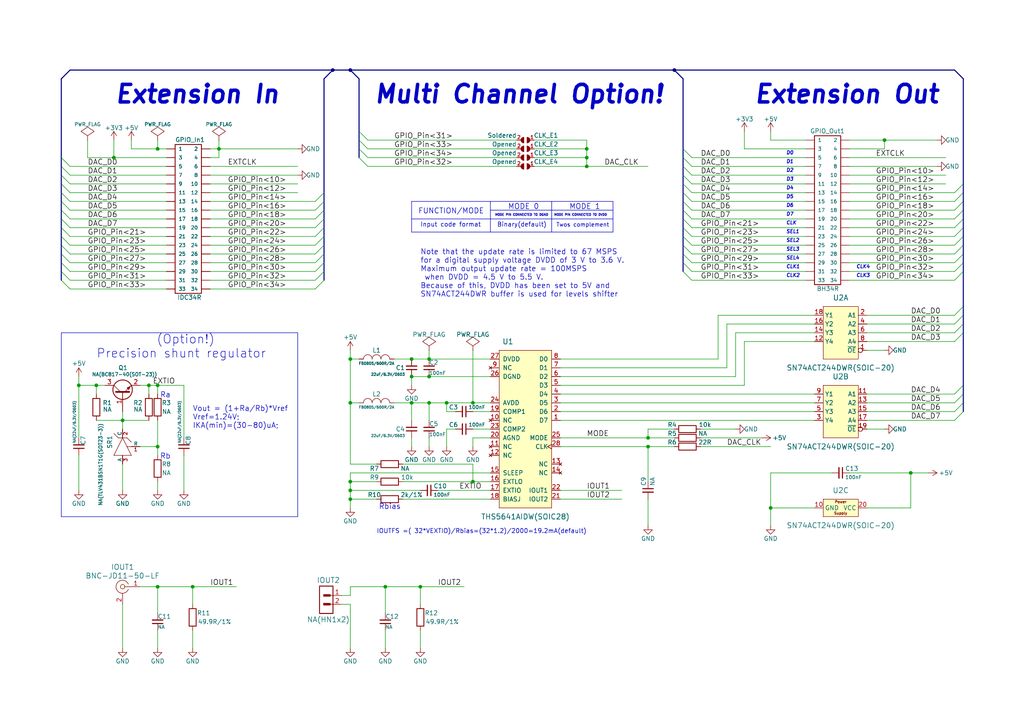
<source format=kicad_sch>
(kicad_sch (version 20230121) (generator eeschema)
  (paper "A4")
  (title_block (rev "A") (company "OLimeX LTD") (comment 1 "https://www.olimex.com/"))
  (junction (at 119.38 109.22))
  (junction (at 35.56 121.92))
  (junction (at 55.88 170.18))
  (junction (at 170.18 45.72))
  (junction (at 111.76 170.18))
  (junction (at 101.6 144.78))
  (junction (at 187.96 129.54))
  (junction (at 101.6 104.14))
  (junction (at 101.6 139.7))
  (junction (at 256.54 40.64))
  (junction (at 33.02 45.72))
  (junction (at 129.54 116.84))
  (junction (at 170.18 43.18))
  (junction (at 124.46 109.22))
  (junction (at 124.46 116.84))
  (junction (at 101.6 142.24))
  (junction (at 223.52 147.32))
  (junction (at 63.5 43.18))
  (junction (at 124.46 104.14))
  (junction (at 45.72 170.18))
  (junction (at 27.94 111.76))
  (junction (at 187.96 127))
  (junction (at 101.6 20.32))
  (junction (at 264.16 137.16))
  (junction (at 121.92 170.18))
  (junction (at 43.18 111.76))
  (junction (at 45.72 43.18))
  (junction (at 45.72 129.54))
  (junction (at 96.52 20.32))
  (junction (at 101.6 116.84))
  (junction (at 119.38 116.84))
  (junction (at 45.72 111.76))
  (junction (at 119.38 104.14))
  (junction (at 22.86 111.76))
  (junction (at 170.18 48.26))
  (junction (at 137.16 116.84))
  (junction (at 195.58 20.32))
  (junction (at 137.16 139.7))
  (bus_entry (at 198.12 78.74) (size 2.54 2.54))
  (bus_entry (at 17.78 76.2) (size 2.54 2.54))
  (bus_entry (at 279.4 116.84) (size -2.54 2.54))
  (bus_entry (at 279.4 71.12) (size -2.54 2.54))
  (bus_entry (at 198.12 48.26) (size 2.54 2.54))
  (bus_entry (at 17.78 55.88) (size 2.54 2.54))
  (bus_entry (at 198.12 50.8) (size 2.54 2.54))
  (bus_entry (at 279.4 96.52) (size -2.54 2.54))
  (bus_entry (at 198.12 58.42) (size 2.54 2.54))
  (bus_entry (at 17.78 78.74) (size 2.54 2.54))
  (bus_entry (at 17.78 58.42) (size 2.54 2.54))
  (bus_entry (at 198.12 63.5) (size 2.54 2.54))
  (bus_entry (at 279.4 55.88) (size -2.54 2.54))
  (bus_entry (at 104.14 40.64) (size 2.54 2.54))
  (bus_entry (at 93.98 71.12) (size -2.54 2.54))
  (bus_entry (at 93.98 81.28) (size -2.54 2.54))
  (bus_entry (at 279.4 93.98) (size -2.54 2.54))
  (bus_entry (at 93.98 73.66) (size -2.54 2.54))
  (bus_entry (at 198.12 76.2) (size 2.54 2.54))
  (bus_entry (at 198.12 66.04) (size 2.54 2.54))
  (bus_entry (at 17.78 71.12) (size 2.54 2.54))
  (bus_entry (at 17.78 73.66) (size 2.54 2.54))
  (bus_entry (at 93.98 68.58) (size -2.54 2.54))
  (bus_entry (at 198.12 60.96) (size 2.54 2.54))
  (bus_entry (at 93.98 60.96) (size -2.54 2.54))
  (bus_entry (at 279.4 68.58) (size -2.54 2.54))
  (bus_entry (at 104.14 45.72) (size 2.54 2.54))
  (bus_entry (at 104.14 38.1) (size 2.54 2.54))
  (bus_entry (at 104.14 43.18) (size 2.54 2.54))
  (bus_entry (at 93.98 58.42) (size -2.54 2.54))
  (bus_entry (at 279.4 76.2) (size -2.54 2.54))
  (bus_entry (at 198.12 55.88) (size 2.54 2.54))
  (bus_entry (at 198.12 43.18) (size 2.54 2.54))
  (bus_entry (at 93.98 55.88) (size -2.54 2.54))
  (bus_entry (at 279.4 78.74) (size -2.54 2.54))
  (bus_entry (at 279.4 60.96) (size -2.54 2.54))
  (bus_entry (at 279.4 111.76) (size -2.54 2.54))
  (bus_entry (at 17.78 68.58) (size 2.54 2.54))
  (bus_entry (at 279.4 58.42) (size -2.54 2.54))
  (bus_entry (at 279.4 53.34) (size -2.54 2.54))
  (bus_entry (at 93.98 63.5) (size -2.54 2.54))
  (bus_entry (at 93.98 78.74) (size -2.54 2.54))
  (bus_entry (at 17.78 63.5) (size 2.54 2.54))
  (bus_entry (at 93.98 76.2) (size -2.54 2.54))
  (bus_entry (at 93.98 66.04) (size -2.54 2.54))
  (bus_entry (at 17.78 53.34) (size 2.54 2.54))
  (bus_entry (at 17.78 48.26) (size 2.54 2.54))
  (bus_entry (at 17.78 66.04) (size 2.54 2.54))
  (bus_entry (at 198.12 71.12) (size 2.54 2.54))
  (bus_entry (at 279.4 73.66) (size -2.54 2.54))
  (bus_entry (at 279.4 114.3) (size -2.54 2.54))
  (bus_entry (at 279.4 91.44) (size -2.54 2.54))
  (bus_entry (at 279.4 119.38) (size -2.54 2.54))
  (bus_entry (at 17.78 81.28) (size 2.54 2.54))
  (bus_entry (at 198.12 68.58) (size 2.54 2.54))
  (bus_entry (at 198.12 53.34) (size 2.54 2.54))
  (bus_entry (at 17.78 45.72) (size 2.54 2.54))
  (bus_entry (at 279.4 88.9) (size -2.54 2.54))
  (bus_entry (at 17.78 60.96) (size 2.54 2.54))
  (bus_entry (at 279.4 66.04) (size -2.54 2.54))
  (bus_entry (at 198.12 45.72) (size 2.54 2.54))
  (bus_entry (at 198.12 73.66) (size 2.54 2.54))
  (bus_entry (at 17.78 50.8) (size 2.54 2.54))
  (bus_entry (at 279.4 63.5) (size -2.54 2.54))
  (wire (pts (xy 22.86 109.22) (xy 22.86 111.76)))
  (wire (pts (xy 63.5 40.64) (xy 63.5 43.18)))
  (wire (pts (xy 48.26 50.8) (xy 20.32 50.8)))
  (bus (pts (xy 17.78 60.96) (xy 17.78 63.5)))
  (wire (pts (xy 25.4 45.72) (xy 33.02 45.72)))
  (polyline (pts (xy 119.38 58.42) (xy 119.38 67.31)))
  (polyline (pts (xy 119.38 58.42) (xy 177.8 58.42)))
  (wire (pts (xy 170.18 45.72) (xy 170.18 48.26)))
  (wire (pts (xy 246.38 55.88) (xy 276.86 55.88)))
  (wire (pts (xy 170.18 40.64) (xy 154.94 40.64)))
  (bus (pts (xy 93.98 73.66) (xy 93.98 76.2)))
  (wire (pts (xy 60.96 71.12) (xy 91.44 71.12)))
  (wire (pts (xy 149.86 45.72) (xy 106.68 45.72)))
  (bus (pts (xy 17.78 22.86) (xy 20.32 20.32)))
  (wire (pts (xy 48.26 53.34) (xy 20.32 53.34)))
  (bus (pts (xy 20.32 20.32) (xy 96.52 20.32)))
  (wire (pts (xy 116.84 139.7) (xy 137.16 139.7)))
  (wire (pts (xy 274.32 53.34) (xy 246.38 53.34)))
  (wire (pts (xy 48.26 73.66) (xy 20.32 73.66)))
  (wire (pts (xy 119.38 121.92) (xy 119.38 116.84)))
  (wire (pts (xy 274.32 45.72) (xy 246.38 45.72)))
  (bus (pts (xy 93.98 22.86) (xy 93.98 55.88)))
  (bus (pts (xy 93.98 60.96) (xy 93.98 63.5)))
  (bus (pts (xy 17.78 48.26) (xy 17.78 50.8)))
  (wire (pts (xy 60.96 73.66) (xy 91.44 73.66)))
  (polyline (pts (xy 142.24 60.96) (xy 177.8 60.96)))
  (bus (pts (xy 93.98 22.86) (xy 96.52 20.32)))
  (wire (pts (xy 233.68 43.18) (xy 215.9 43.18)))
  (wire (pts (xy 63.5 43.18) (xy 63.5 45.72)))
  (wire (pts (xy 38.1 43.18) (xy 45.72 43.18)))
  (wire (pts (xy 246.38 63.5) (xy 276.86 63.5)))
  (wire (pts (xy 45.72 142.24) (xy 45.72 139.7)))
  (polyline (pts (xy 177.8 67.31) (xy 119.38 67.31)))
  (wire (pts (xy 236.22 91.44) (xy 208.28 91.44)))
  (polyline (pts (xy 177.8 63.5) (xy 119.38 63.5)))
  (wire (pts (xy 55.88 170.18) (xy 68.58 170.18)))
  (wire (pts (xy 35.56 175.26) (xy 35.56 187.96)))
  (bus (pts (xy 198.12 50.8) (xy 198.12 53.34)))
  (wire (pts (xy 246.38 48.26) (xy 271.78 48.26)))
  (wire (pts (xy 170.18 43.18) (xy 170.18 45.72)))
  (bus (pts (xy 279.4 66.04) (xy 279.4 68.58)))
  (wire (pts (xy 233.68 60.96) (xy 200.66 60.96)))
  (wire (pts (xy 170.18 48.26) (xy 187.96 48.26)))
  (wire (pts (xy 124.46 121.92) (xy 124.46 116.84)))
  (wire (pts (xy 170.18 45.72) (xy 154.94 45.72)))
  (bus (pts (xy 93.98 76.2) (xy 93.98 78.74)))
  (wire (pts (xy 215.9 43.18) (xy 215.9 38.1)))
  (wire (pts (xy 119.38 116.84) (xy 124.46 116.84)))
  (wire (pts (xy 187.96 129.54) (xy 195.58 129.54)))
  (wire (pts (xy 276.86 116.84) (xy 251.46 116.84)))
  (bus (pts (xy 93.98 71.12) (xy 93.98 73.66)))
  (bus (pts (xy 198.12 71.12) (xy 198.12 73.66)))
  (wire (pts (xy 213.36 96.52) (xy 213.36 109.22)))
  (wire (pts (xy 124.46 116.84) (xy 129.54 116.84)))
  (polyline (pts (xy 17.78 96.52) (xy 17.78 149.86)))
  (wire (pts (xy 101.6 104.14) (xy 104.14 104.14)))
  (wire (pts (xy 233.68 40.64) (xy 223.52 40.64)))
  (wire (pts (xy 195.58 124.46) (xy 187.96 124.46)))
  (wire (pts (xy 276.86 121.92) (xy 251.46 121.92)))
  (polyline (pts (xy 177.8 58.42) (xy 177.8 67.31)))
  (wire (pts (xy 27.94 114.3) (xy 27.94 111.76)))
  (wire (pts (xy 35.56 121.92) (xy 35.56 124.46)))
  (wire (pts (xy 236.22 96.52) (xy 213.36 96.52)))
  (wire (pts (xy 223.52 147.32) (xy 236.22 147.32)))
  (wire (pts (xy 101.6 137.16) (xy 101.6 139.7)))
  (bus (pts (xy 17.78 71.12) (xy 17.78 73.66)))
  (bus (pts (xy 93.98 66.04) (xy 93.98 68.58)))
  (wire (pts (xy 132.08 124.46) (xy 129.54 124.46)))
  (wire (pts (xy 111.76 170.18) (xy 121.92 170.18)))
  (wire (pts (xy 109.22 144.78) (xy 101.6 144.78)))
  (wire (pts (xy 274.32 50.8) (xy 246.38 50.8)))
  (wire (pts (xy 45.72 111.76) (xy 53.34 111.76)))
  (wire (pts (xy 43.18 111.76) (xy 45.72 111.76)))
  (wire (pts (xy 48.26 66.04) (xy 20.32 66.04)))
  (wire (pts (xy 129.54 116.84) (xy 137.16 116.84)))
  (wire (pts (xy 246.38 71.12) (xy 276.86 71.12)))
  (bus (pts (xy 279.4 58.42) (xy 279.4 60.96)))
  (wire (pts (xy 233.68 63.5) (xy 200.66 63.5)))
  (wire (pts (xy 60.96 83.82) (xy 91.44 83.82)))
  (bus (pts (xy 17.78 63.5) (xy 17.78 66.04)))
  (wire (pts (xy 45.72 43.18) (xy 48.26 43.18)))
  (wire (pts (xy 60.96 76.2) (xy 91.44 76.2)))
  (wire (pts (xy 208.28 91.44) (xy 208.28 104.14)))
  (wire (pts (xy 187.96 124.46) (xy 187.96 127)))
  (wire (pts (xy 33.02 45.72) (xy 48.26 45.72)))
  (wire (pts (xy 60.96 81.28) (xy 91.44 81.28)))
  (polyline (pts (xy 160.02 58.42) (xy 160.02 67.31)))
  (wire (pts (xy 223.52 147.32) (xy 223.52 152.4)))
  (wire (pts (xy 170.18 40.64) (xy 170.18 43.18)))
  (wire (pts (xy 114.3 116.84) (xy 119.38 116.84)))
  (wire (pts (xy 101.6 175.26) (xy 101.6 187.96)))
  (wire (pts (xy 246.38 76.2) (xy 276.86 76.2)))
  (polyline (pts (xy 86.36 149.86) (xy 17.78 149.86)))
  (bus (pts (xy 279.4 88.9) (xy 279.4 91.44)))
  (wire (pts (xy 48.26 58.42) (xy 20.32 58.42)))
  (wire (pts (xy 223.52 129.54) (xy 203.2 129.54)))
  (bus (pts (xy 198.12 55.88) (xy 198.12 58.42)))
  (polyline (pts (xy 142.24 58.42) (xy 142.24 67.31)))
  (wire (pts (xy 276.86 93.98) (xy 251.46 93.98)))
  (wire (pts (xy 60.96 43.18) (xy 63.5 43.18)))
  (wire (pts (xy 40.64 111.76) (xy 43.18 111.76)))
  (wire (pts (xy 246.38 81.28) (xy 276.86 81.28)))
  (wire (pts (xy 233.68 48.26) (xy 200.66 48.26)))
  (wire (pts (xy 233.68 55.88) (xy 200.66 55.88)))
  (wire (pts (xy 60.96 66.04) (xy 91.44 66.04)))
  (wire (pts (xy 60.96 60.96) (xy 91.44 60.96)))
  (wire (pts (xy 246.38 78.74) (xy 276.86 78.74)))
  (wire (pts (xy 101.6 142.24) (xy 121.92 142.24)))
  (wire (pts (xy 233.68 45.72) (xy 200.66 45.72)))
  (wire (pts (xy 99.06 175.26) (xy 101.6 175.26)))
  (bus (pts (xy 279.4 68.58) (xy 279.4 71.12)))
  (wire (pts (xy 241.3 137.16) (xy 223.52 137.16)))
  (bus (pts (xy 93.98 58.42) (xy 93.98 60.96)))
  (wire (pts (xy 236.22 119.38) (xy 162.56 119.38)))
  (wire (pts (xy 45.72 111.76) (xy 45.72 114.3)))
  (wire (pts (xy 86.36 53.34) (xy 60.96 53.34)))
  (wire (pts (xy 114.3 104.14) (xy 119.38 104.14)))
  (wire (pts (xy 55.88 175.26) (xy 55.88 170.18)))
  (wire (pts (xy 40.64 170.18) (xy 45.72 170.18)))
  (wire (pts (xy 162.56 129.54) (xy 187.96 129.54)))
  (wire (pts (xy 149.86 48.26) (xy 106.68 48.26)))
  (wire (pts (xy 33.02 45.72) (xy 33.02 40.64)))
  (wire (pts (xy 38.1 43.18) (xy 38.1 40.64)))
  (wire (pts (xy 22.86 111.76) (xy 27.94 111.76)))
  (bus (pts (xy 198.12 63.5) (xy 198.12 66.04)))
  (wire (pts (xy 137.16 127) (xy 137.16 129.54)))
  (wire (pts (xy 154.94 48.26) (xy 170.18 48.26)))
  (wire (pts (xy 124.46 104.14) (xy 142.24 104.14)))
  (wire (pts (xy 213.36 109.22) (xy 162.56 109.22)))
  (bus (pts (xy 17.78 53.34) (xy 17.78 55.88)))
  (wire (pts (xy 45.72 170.18) (xy 55.88 170.18)))
  (wire (pts (xy 60.96 50.8) (xy 86.36 50.8)))
  (wire (pts (xy 233.68 50.8) (xy 200.66 50.8)))
  (bus (pts (xy 279.4 55.88) (xy 279.4 58.42)))
  (wire (pts (xy 99.06 172.72) (xy 101.6 172.72)))
  (polyline (pts (xy 86.36 96.52) (xy 17.78 96.52)))
  (wire (pts (xy 142.24 124.46) (xy 137.16 124.46)))
  (wire (pts (xy 101.6 170.18) (xy 111.76 170.18)))
  (wire (pts (xy 142.24 127) (xy 137.16 127)))
  (wire (pts (xy 124.46 109.22) (xy 142.24 109.22)))
  (wire (pts (xy 246.38 43.18) (xy 256.54 43.18)))
  (wire (pts (xy 121.92 175.26) (xy 121.92 170.18)))
  (wire (pts (xy 223.52 40.64) (xy 223.52 38.1)))
  (wire (pts (xy 233.68 58.42) (xy 200.66 58.42)))
  (wire (pts (xy 121.92 187.96) (xy 121.92 182.88)))
  (wire (pts (xy 187.96 129.54) (xy 187.96 139.7)))
  (wire (pts (xy 22.86 111.76) (xy 22.86 127)))
  (wire (pts (xy 43.18 114.3) (xy 43.18 111.76)))
  (wire (pts (xy 124.46 129.54) (xy 124.46 127)))
  (wire (pts (xy 63.5 45.72) (xy 60.96 45.72)))
  (wire (pts (xy 203.2 127) (xy 220.98 127)))
  (bus (pts (xy 195.58 20.32) (xy 276.86 20.32)))
  (bus (pts (xy 276.86 20.32) (xy 279.4 22.86)))
  (bus (pts (xy 96.52 20.32) (xy 101.6 20.32)))
  (wire (pts (xy 210.82 106.68) (xy 162.56 106.68)))
  (bus (pts (xy 279.4 96.52) (xy 279.4 111.76)))
  (wire (pts (xy 246.38 58.42) (xy 276.86 58.42)))
  (bus (pts (xy 198.12 60.96) (xy 198.12 63.5)))
  (bus (pts (xy 198.12 68.58) (xy 198.12 71.12)))
  (bus (pts (xy 104.14 43.18) (xy 104.14 45.72)))
  (wire (pts (xy 246.38 73.66) (xy 276.86 73.66)))
  (wire (pts (xy 208.28 104.14) (xy 162.56 104.14)))
  (wire (pts (xy 233.68 71.12) (xy 200.66 71.12)))
  (wire (pts (xy 233.68 78.74) (xy 200.66 78.74)))
  (wire (pts (xy 53.34 142.24) (xy 53.34 132.08)))
  (bus (pts (xy 198.12 66.04) (xy 198.12 68.58)))
  (wire (pts (xy 119.38 109.22) (xy 119.38 111.76)))
  (bus (pts (xy 101.6 20.32) (xy 104.14 22.86)))
  (wire (pts (xy 129.54 119.38) (xy 129.54 116.84)))
  (bus (pts (xy 198.12 58.42) (xy 198.12 60.96)))
  (wire (pts (xy 35.56 119.38) (xy 35.56 121.92)))
  (wire (pts (xy 236.22 99.06) (xy 215.9 99.06)))
  (bus (pts (xy 17.78 76.2) (xy 17.78 78.74)))
  (wire (pts (xy 154.94 43.18) (xy 170.18 43.18)))
  (wire (pts (xy 48.26 81.28) (xy 20.32 81.28)))
  (wire (pts (xy 101.6 116.84) (xy 104.14 116.84)))
  (bus (pts (xy 279.4 71.12) (xy 279.4 73.66)))
  (wire (pts (xy 246.38 40.64) (xy 256.54 40.64)))
  (wire (pts (xy 101.6 104.14) (xy 101.6 116.84)))
  (wire (pts (xy 116.84 134.62) (xy 137.16 134.62)))
  (wire (pts (xy 233.68 53.34) (xy 200.66 53.34)))
  (bus (pts (xy 17.78 58.42) (xy 17.78 60.96)))
  (wire (pts (xy 276.86 91.44) (xy 251.46 91.44)))
  (bus (pts (xy 17.78 45.72) (xy 17.78 48.26)))
  (wire (pts (xy 27.94 111.76) (xy 30.48 111.76)))
  (bus (pts (xy 17.78 50.8) (xy 17.78 53.34)))
  (wire (pts (xy 60.96 63.5) (xy 91.44 63.5)))
  (wire (pts (xy 27.94 121.92) (xy 35.56 121.92)))
  (wire (pts (xy 210.82 93.98) (xy 210.82 106.68)))
  (bus (pts (xy 279.4 78.74) (xy 279.4 88.9)))
  (wire (pts (xy 45.72 177.8) (xy 45.72 170.18)))
  (wire (pts (xy 101.6 144.78) (xy 101.6 147.32)))
  (wire (pts (xy 256.54 43.18) (xy 256.54 40.64)))
  (wire (pts (xy 35.56 121.92) (xy 43.18 121.92)))
  (wire (pts (xy 101.6 116.84) (xy 101.6 134.62)))
  (wire (pts (xy 119.38 129.54) (xy 119.38 127)))
  (wire (pts (xy 101.6 101.6) (xy 101.6 104.14)))
  (wire (pts (xy 215.9 111.76) (xy 162.56 111.76)))
  (wire (pts (xy 101.6 139.7) (xy 101.6 142.24)))
  (bus (pts (xy 93.98 63.5) (xy 93.98 66.04)))
  (wire (pts (xy 121.92 170.18) (xy 134.62 170.18)))
  (wire (pts (xy 48.26 78.74) (xy 20.32 78.74)))
  (bus (pts (xy 17.78 55.88) (xy 17.78 58.42)))
  (wire (pts (xy 124.46 104.14) (xy 124.46 101.6)))
  (wire (pts (xy 149.86 40.64) (xy 106.68 40.64)))
  (bus (pts (xy 17.78 73.66) (xy 17.78 76.2)))
  (wire (pts (xy 276.86 99.06) (xy 251.46 99.06)))
  (wire (pts (xy 236.22 93.98) (xy 210.82 93.98)))
  (wire (pts (xy 116.84 144.78) (xy 142.24 144.78)))
  (bus (pts (xy 198.12 76.2) (xy 198.12 78.74)))
  (wire (pts (xy 132.08 119.38) (xy 129.54 119.38)))
  (wire (pts (xy 35.56 134.62) (xy 35.56 142.24)))
  (wire (pts (xy 137.16 139.7) (xy 142.24 139.7)))
  (bus (pts (xy 198.12 22.86) (xy 198.12 43.18)))
  (wire (pts (xy 246.38 66.04) (xy 276.86 66.04)))
  (wire (pts (xy 233.68 68.58) (xy 200.66 68.58)))
  (wire (pts (xy 45.72 40.64) (xy 45.72 43.18)))
  (bus (pts (xy 279.4 93.98) (xy 279.4 96.52)))
  (wire (pts (xy 213.36 124.46) (xy 203.2 124.46)))
  (wire (pts (xy 233.68 81.28) (xy 200.66 81.28)))
  (wire (pts (xy 137.16 101.6) (xy 137.16 116.84)))
  (wire (pts (xy 119.38 104.14) (xy 124.46 104.14)))
  (wire (pts (xy 45.72 129.54) (xy 45.72 132.08)))
  (bus (pts (xy 279.4 53.34) (xy 279.4 55.88)))
  (wire (pts (xy 215.9 99.06) (xy 215.9 111.76)))
  (wire (pts (xy 60.96 68.58) (xy 91.44 68.58)))
  (bus (pts (xy 279.4 73.66) (xy 279.4 76.2)))
  (wire (pts (xy 256.54 40.64) (xy 271.78 40.64)))
  (wire (pts (xy 25.4 45.72) (xy 25.4 40.64)))
  (bus (pts (xy 198.12 43.18) (xy 198.12 45.72)))
  (wire (pts (xy 48.26 63.5) (xy 20.32 63.5)))
  (wire (pts (xy 40.64 129.54) (xy 45.72 129.54)))
  (bus (pts (xy 279.4 91.44) (xy 279.4 93.98)))
  (bus (pts (xy 198.12 45.72) (xy 198.12 48.26)))
  (wire (pts (xy 162.56 142.24) (xy 180.34 142.24)))
  (wire (pts (xy 22.86 142.24) (xy 22.86 132.08)))
  (wire (pts (xy 48.26 55.88) (xy 20.32 55.88)))
  (bus (pts (xy 279.4 60.96) (xy 279.4 63.5)))
  (wire (pts (xy 264.16 137.16) (xy 269.24 137.16)))
  (wire (pts (xy 236.22 121.92) (xy 162.56 121.92)))
  (wire (pts (xy 48.26 83.82) (xy 20.32 83.82)))
  (wire (pts (xy 86.36 48.26) (xy 60.96 48.26)))
  (wire (pts (xy 162.56 144.78) (xy 180.34 144.78)))
  (wire (pts (xy 60.96 58.42) (xy 91.44 58.42)))
  (wire (pts (xy 142.24 137.16) (xy 101.6 137.16)))
  (bus (pts (xy 198.12 48.26) (xy 198.12 50.8)))
  (wire (pts (xy 246.38 137.16) (xy 264.16 137.16)))
  (wire (pts (xy 45.72 187.96) (xy 45.72 182.88)))
  (wire (pts (xy 55.88 187.96) (xy 55.88 182.88)))
  (bus (pts (xy 279.4 63.5) (xy 279.4 66.04)))
  (bus (pts (xy 93.98 68.58) (xy 93.98 71.12)))
  (wire (pts (xy 48.26 76.2) (xy 20.32 76.2)))
  (bus (pts (xy 17.78 22.86) (xy 17.78 45.72)))
  (wire (pts (xy 256.54 101.6) (xy 251.46 101.6)))
  (wire (pts (xy 60.96 78.74) (xy 91.44 78.74)))
  (wire (pts (xy 149.86 43.18) (xy 106.68 43.18)))
  (wire (pts (xy 233.68 73.66) (xy 200.66 73.66)))
  (wire (pts (xy 109.22 139.7) (xy 101.6 139.7)))
  (wire (pts (xy 45.72 121.92) (xy 45.72 129.54)))
  (wire (pts (xy 53.34 111.76) (xy 53.34 127)))
  (wire (pts (xy 276.86 114.3) (xy 251.46 114.3)))
  (wire (pts (xy 63.5 43.18) (xy 86.36 43.18)))
  (bus (pts (xy 104.14 38.1) (xy 104.14 40.64)))
  (polyline (pts (xy 86.36 96.52) (xy 86.36 149.86)))
  (wire (pts (xy 48.26 60.96) (xy 20.32 60.96)))
  (wire (pts (xy 256.54 124.46) (xy 251.46 124.46)))
  (wire (pts (xy 187.96 152.4) (xy 187.96 144.78)))
  (wire (pts (xy 236.22 116.84) (xy 162.56 116.84)))
  (wire (pts (xy 236.22 114.3) (xy 162.56 114.3)))
  (wire (pts (xy 251.46 147.32) (xy 264.16 147.32)))
  (bus (pts (xy 198.12 73.66) (xy 198.12 76.2)))
  (wire (pts (xy 223.52 137.16) (xy 223.52 147.32)))
  (wire (pts (xy 101.6 172.72) (xy 101.6 170.18)))
  (bus (pts (xy 104.14 22.86) (xy 104.14 38.1)))
  (wire (pts (xy 246.38 60.96) (xy 276.86 60.96)))
  (wire (pts (xy 137.16 116.84) (xy 142.24 116.84)))
  (wire (pts (xy 48.26 68.58) (xy 20.32 68.58)))
  (wire (pts (xy 111.76 177.8) (xy 111.76 170.18)))
  (bus (pts (xy 93.98 55.88) (xy 93.98 58.42)))
  (bus (pts (xy 17.78 66.04) (xy 17.78 68.58)))
  (bus (pts (xy 101.6 20.32) (xy 195.58 20.32)))
  (bus (pts (xy 279.4 116.84) (xy 279.4 119.38)))
  (wire (pts (xy 127 142.24) (xy 142.24 142.24)))
  (bus (pts (xy 279.4 22.86) (xy 279.4 53.34)))
  (wire (pts (xy 137.16 134.62) (xy 137.16 139.7)))
  (wire (pts (xy 142.24 119.38) (xy 137.16 119.38)))
  (bus (pts (xy 93.98 78.74) (xy 93.98 81.28)))
  (bus (pts (xy 279.4 114.3) (xy 279.4 116.84)))
  (wire (pts (xy 162.56 127) (xy 187.96 127)))
  (bus (pts (xy 279.4 76.2) (xy 279.4 78.74)))
  (wire (pts (xy 111.76 187.96) (xy 111.76 182.88)))
  (wire (pts (xy 101.6 142.24) (xy 101.6 144.78)))
  (wire (pts (xy 187.96 127) (xy 195.58 127)))
  (wire (pts (xy 276.86 96.52) (xy 251.46 96.52)))
  (wire (pts (xy 233.68 76.2) (xy 200.66 76.2)))
  (wire (pts (xy 264.16 147.32) (xy 264.16 137.16)))
  (wire (pts (xy 233.68 66.04) (xy 200.66 66.04)))
  (bus (pts (xy 104.14 40.64) (xy 104.14 43.18)))
  (bus (pts (xy 17.78 68.58) (xy 17.78 71.12)))
  (bus (pts (xy 279.4 111.76) (xy 279.4 114.3)))
  (bus (pts (xy 17.78 78.74) (xy 17.78 81.28)))
  (bus (pts (xy 198.12 22.86) (xy 195.58 20.32)))
  (bus (pts (xy 198.12 53.34) (xy 198.12 55.88)))
  (wire (pts (xy 48.26 48.26) (xy 20.32 48.26)))
  (wire (pts (xy 246.38 68.58) (xy 276.86 68.58)))
  (wire (pts (xy 276.86 119.38) (xy 251.46 119.38)))
  (wire (pts (xy 101.6 134.62) (xy 109.22 134.62)))
  (wire (pts (xy 119.38 109.22) (xy 124.46 109.22)))
  (wire (pts (xy 48.26 71.12) (xy 20.32 71.12)))
  (wire (pts (xy 86.36 55.88) (xy 60.96 55.88)))
  (wire (pts (xy 129.54 124.46) (xy 129.54 129.54)))
  (text "D3" (at 227.965 52.705 0) (effects (font (size 1.016 1.016) (thickness 0.2032) bold italic) (justify left bottom)))
  (text "Extension Out" (at 218.44 30.48 0) (effects (font (size 5.08 5.08) (thickness 1.016) bold italic) (justify left bottom)))
  (text "Rb" (at 49.53 133.35 0) (effects (font (size 1.524 1.524)) (justify right bottom)))
  (text "MODE PIN CONNECTED TO DGND" (at 143.51 62.865 0) (effects (font (size 0.635 0.635)) (justify left bottom)))
  (text "Vout = (1+Ra/Rb)*Vref\nVref=1.24V;\nIKA(min)=(30-80)uA;" (at 55.88 124.46 0) (effects (font (size 1.524 1.524)) (justify left bottom)))
  (text "CLK2" (at 227.965 80.645 0) (effects (font (size 1.016 1.016) (thickness 0.2032) bold italic) (justify left bottom)))
  (text "D7" (at 227.965 62.865 0) (effects (font (size 1.016 1.016) (thickness 0.2032) bold italic) (justify left bottom)))
  (text "FUNCTION/MODE" (at 121.285 62.23 0) (effects (font (size 1.524 1.524)) (justify left bottom)))
  (text "SEL2" (at 227.965 70.485 0) (effects (font (size 1.016 1.016) (thickness 0.2032) bold italic) (justify left bottom)))
  (text "CLK3" (at 248.285 80.645 0) (effects (font (size 1.016 1.016) (thickness 0.2032) bold italic) (justify left bottom)))
  (text "         (Option!)\nPrecision shunt regulator\n" (at 27.94 104.14 0) (effects (font (size 2.54 2.54)) (justify left bottom)))
  (text "MODE 1" (at 165.1 60.96 0) (effects (font (size 1.524 1.524)) (justify left bottom)))
  (text "Input code format" (at 121.92 66.04 0) (effects (font (size 1.27 1.27)) (justify left bottom)))
  (text "MODE 0" (at 147.32 60.96 0) (effects (font (size 1.524 1.524)) (justify left bottom)))
  (text "D5" (at 227.965 57.785 0) (effects (font (size 1.016 1.016) (thickness 0.2032) bold italic) (justify left bottom)))
  (text "Rbias" (at 109.855 147.955 0) (effects (font (size 1.524 1.524)) (justify left bottom)))
  (text "D6" (at 227.965 60.325 0) (effects (font (size 1.016 1.016) (thickness 0.2032) bold italic) (justify left bottom)))
  (text "Twos complement" (at 161.29 66.04 0) (effects (font (size 1.143 1.143)) (justify left bottom)))
  (text "D0" (at 227.965 45.085 0) (effects (font (size 1.016 1.016) (thickness 0.2032) bold italic) (justify left bottom)))
  (text "SEL4" (at 227.965 75.565 0) (effects (font (size 1.016 1.016) (thickness 0.2032) bold italic) (justify left bottom)))
  (text "Binary(default)" (at 144.145 66.04 0) (effects (font (size 1.27 1.27)) (justify left bottom)))
  (text "Multi Channel Option!" (at 193.04 30.48 0) (effects (font (size 5.08 5.08) (thickness 1.016) bold italic) (justify right bottom)))
  (text "MODE PIN CONNECTED TO DVDD" (at 160.655 62.865 0) (effects (font (size 0.635 0.635)) (justify left bottom)))
  (text "SEL3" (at 227.965 73.025 0) (effects (font (size 1.016 1.016) (thickness 0.2032) bold italic) (justify left bottom)))
  (text "Extension In" (at 33.02 30.48 0) (effects (font (size 5.08 5.08) (thickness 1.016) bold italic) (justify left bottom)))
  (text "IOUTFS =( 32*VEXTIO)/Rbias=(32*1.2)/2000=19.2mA(default)" (at 109.22 154.94 0) (effects (font (size 1.27 1.27)) (justify left bottom)))
  (text "D1\n" (at 227.965 47.625 0) (effects (font (size 1.016 1.016) (thickness 0.2032) bold italic) (justify left bottom)))
  (text "CLK" (at 227.965 65.405 0) (effects (font (size 1.016 1.016) (thickness 0.2032) bold italic) (justify left bottom)))
  (text "Note that the update rate is limited to 67 MSPS \nfor a digital supply voltage DVDD of 3 V to 3.6 V.\nMaximum output update rate = 100MSPS\n when DVDD = 4.5 V to 5.5 V.\nBecause of this, DVDD has been set to 5V and \nSN74ACT244DWR buffer is used for levels shifter" (at 121.92 86.36 0) (effects (font (size 1.524 1.524)) (justify left bottom)))
  (text "D2" (at 227.965 50.165 0) (effects (font (size 1.016 1.016) (thickness 0.2032) bold italic) (justify left bottom)))
  (text "SEL1" (at 227.965 67.945 0) (effects (font (size 1.016 1.016) (thickness 0.2032) bold italic) (justify left bottom)))
  (text "CLK4" (at 248.285 78.105 0) (effects (font (size 1.016 1.016) (thickness 0.2032) bold italic) (justify left bottom)))
  (text "Ra" (at 49.53 115.57 0) (effects (font (size 1.524 1.524)) (justify right bottom)))
  (text "CLK1" (at 227.965 78.105 0) (effects (font (size 1.016 1.016) (thickness 0.2032) bold italic) (justify left bottom)))
  (text "D4" (at 227.965 55.245 0) (effects (font (size 1.016 1.016) (thickness 0.2032) bold italic) (justify left bottom)))
  (label "GPIO_Pin<20>" (at 254 63.5 0) (effects (font (size 1.524 1.524))))
  (label "GPIO_Pin<28>" (at 254 73.66 0) (effects (font (size 1.524 1.524))))
  (label "DAC_D6" (at 25.4 63.5 0) (effects (font (size 1.524 1.524))))
  (label "DAC_D5" (at 203.2 58.42 0) (effects (font (size 1.524 1.524))))
  (label "DAC_D0" (at 203.2 45.72 0) (effects (font (size 1.524 1.524))))
  (label "EXTIO" (at 139.7 142.24 180) (effects (font (size 1.524 1.524))))
  (label "GPIO_Pin<14>" (at 66.04 58.42 0) (effects (font (size 1.524 1.524))))
  (label "GPIO_Pin<30>" (at 66.04 78.74 0) (effects (font (size 1.524 1.524))))
  (label "GPIO_Pin<29>" (at 25.4 78.74 0) (effects (font (size 1.524 1.524))))
  (label "GPIO_Pin<25>" (at 25.4 73.66 0) (effects (font (size 1.524 1.524))))
  (label "GPIO_Pin<22>" (at 66.04 68.58 0) (effects (font (size 1.524 1.524))))
  (label "EXTCLK" (at 254 45.72 0) (effects (font (size 1.524 1.524))))
  (label "DAC_D6" (at 264.16 119.38 0) (effects (font (size 1.524 1.524))))
  (label "GPIO_Pin<23>" (at 203.2 68.58 0) (effects (font (size 1.524 1.524))))
  (label "GPIO_Pin<32>" (at 114.3 48.26 0) (effects (font (size 1.524 1.524))))
  (label "DAC_D4" (at 25.4 58.42 0) (effects (font (size 1.524 1.524))))
  (label "GPIO_Pin<33>" (at 114.3 43.18 0) (effects (font (size 1.524 1.524))))
  (label "DAC_D7" (at 203.2 63.5 0) (effects (font (size 1.524 1.524))))
  (label "DAC_D0" (at 264.16 91.44 0) (effects (font (size 1.524 1.524))))
  (label "DAC_D2" (at 264.16 96.52 0) (effects (font (size 1.524 1.524))))
  (label "DAC_D3" (at 25.4 55.88 0) (effects (font (size 1.524 1.524))))
  (label "GPIO_Pin<28>" (at 66.04 76.2 0) (effects (font (size 1.524 1.524))))
  (label "DAC_D1" (at 25.4 50.8 0) (effects (font (size 1.524 1.524))))
  (label "IOUT2" (at 127 170.18 0) (effects (font (size 1.524 1.524))))
  (label "GPIO_Pin<21>" (at 25.4 68.58 0) (effects (font (size 1.524 1.524))))
  (label "GPIO_Pin<34>" (at 114.3 45.72 0) (effects (font (size 1.524 1.524))))
  (label "GPIO_Pin<32>" (at 254 78.74 0) (effects (font (size 1.524 1.524))))
  (label "GPIO_Pin<27>" (at 25.4 76.2 0) (effects (font (size 1.524 1.524))))
  (label "DAC_D5" (at 25.4 60.96 0) (effects (font (size 1.524 1.524))))
  (label "GPIO_Pin<30>" (at 254 76.2 0) (effects (font (size 1.524 1.524))))
  (label "IOUT1" (at 170.18 142.24 0) (effects (font (size 1.524 1.524))))
  (label "GPIO_Pin<10>" (at 254 50.8 0) (effects (font (size 1.524 1.524))))
  (label "GPIO_Pin<24>" (at 254 68.58 0) (effects (font (size 1.524 1.524))))
  (label "GPIO_Pin<34>" (at 66.04 83.82 0) (effects (font (size 1.524 1.524))))
  (label "GPIO_Pin<25>" (at 203.2 71.12 0) (effects (font (size 1.524 1.524))))
  (label "GPIO_Pin<16>" (at 66.04 60.96 0) (effects (font (size 1.524 1.524))))
  (label "DAC_D2" (at 203.2 50.8 0) (effects (font (size 1.524 1.524))))
  (label "DAC_D3" (at 264.16 99.06 0) (effects (font (size 1.524 1.524))))
  (label "GPIO_Pin<26>" (at 66.04 73.66 0) (effects (font (size 1.524 1.524))))
  (label "GPIO_Pin<31>" (at 25.4 81.28 0) (effects (font (size 1.524 1.524))))
  (label "GPIO_Pin<33>" (at 203.2 81.28 0) (effects (font (size 1.524 1.524))))
  (label "GPIO_Pin<31>" (at 114.3 40.64 0) (effects (font (size 1.524 1.524))))
  (label "DAC_D2" (at 25.4 53.34 0) (effects (font (size 1.524 1.524))))
  (label "GPIO_Pin<31>" (at 203.2 78.74 0) (effects (font (size 1.524 1.524))))
  (label "DAC_D6" (at 203.2 60.96 0) (effects (font (size 1.524 1.524))))
  (label "GPIO_Pin<18>" (at 66.04 63.5 0) (effects (font (size 1.524 1.524))))
  (label "GPIO_Pin<18>" (at 254 60.96 0) (effects (font (size 1.524 1.524))))
  (label "GPIO_Pin<14>" (at 254 55.88 0) (effects (font (size 1.524 1.524))))
  (label "IOUT2" (at 170.18 144.78 0) (effects (font (size 1.524 1.524))))
  (label "DAC_D3" (at 203.2 53.34 0) (effects (font (size 1.524 1.524))))
  (label "GPIO_Pin<24>" (at 66.04 71.12 0) (effects (font (size 1.524 1.524))))
  (label "DAC_CLK" (at 175.26 48.26 0) (effects (font (size 1.524 1.524))))
  (label "DAC_D0" (at 25.4 48.26 0) (effects (font (size 1.524 1.524))))
  (label "GPIO_Pin<23>" (at 25.4 71.12 0) (effects (font (size 1.524 1.524))))
  (label "GPIO_Pin<12>" (at 254 53.34 0) (effects (font (size 1.524 1.524))))
  (label "GPIO_Pin<32>" (at 66.04 81.28 0) (effects (font (size 1.524 1.524))))
  (label "EXTCLK" (at 66.04 48.26 0) (effects (font (size 1.524 1.524))))
  (label "GPIO_Pin<34>" (at 254 81.28 0) (effects (font (size 1.524 1.524))))
  (label "IOUT1" (at 60.96 170.18 0) (effects (font (size 1.524 1.524))))
  (label "GPIO_Pin<26>" (at 254 71.12 0) (effects (font (size 1.524 1.524))))
  (label "DAC_D7" (at 264.16 121.92 0) (effects (font (size 1.524 1.524))))
  (label "GPIO_Pin<22>" (at 254 66.04 0) (effects (font (size 1.524 1.524))))
  (label "GPIO_Pin<27>" (at 203.2 73.66 0) (effects (font (size 1.524 1.524))))
  (label "DAC_D7" (at 25.4 66.04 0) (effects (font (size 1.524 1.524))))
  (label "GPIO_Pin<10>" (at 66.04 53.34 0) (effects (font (size 1.524 1.524))))
  (label "GPIO_Pin<20>" (at 66.04 66.04 0) (effects (font (size 1.524 1.524))))
  (label "DAC_D1" (at 264.16 93.98 0) (effects (font (size 1.524 1.524))))
  (label "DAC_D4" (at 264.16 114.3 0) (effects (font (size 1.524 1.524))))
  (label "GPIO_Pin<33>" (at 25.4 83.82 0) (effects (font (size 1.524 1.524))))
  (label "DAC_D4" (at 203.2 55.88 0) (effects (font (size 1.524 1.524))))
  (label "GPIO_Pin<29>" (at 203.2 76.2 0) (effects (font (size 1.524 1.524))))
  (label "DAC_D1" (at 203.2 48.26 0) (effects (font (size 1.524 1.524))))
  (label "GPIO_Pin<16>" (at 254 58.42 0) (effects (font (size 1.524 1.524))))
  (label "GPIO_Pin<12>" (at 66.04 55.88 0) (effects (font (size 1.524 1.524))))
  (label "MODE" (at 170.18 127 0) (effects (font (size 1.524 1.524))))
  (label "DAC_CLK" (at 210.82 129.54 0) (effects (font (size 1.524 1.524))))
  (label "DAC_D5" (at 264.16 116.84 0) (effects (font (size 1.524 1.524))))
  (label "EXTIO" (at 50.8 111.76 180) (effects (font (size 1.524 1.524))))
  (label "GPIO_Pin<21>" (at 203.2 66.04 0) (effects (font (size 1.524 1.524))))
  (symbol (lib_id "ICE40-DAC_Rev_A-rescue:L") (at 109.22 104.14 0) (mirror y) (unit 1)
    (property "Reference" "L1" (at 109.22 101.6 0))
    (property "Value" "FB0805/600R/2A" (at 109.22 105.41 0) (effects (font (size 0.762 0.762))))
    (property "Footprint" "OLIMEX_RLC-FP:L_0805_5MIL_DWS" (effects hide))
  )
  (symbol (lib_id "ICE40-DAC_Rev_A-rescue:+5V") (at 223.52 38.1 0) (unit 1)
    (property "Reference" "#PWR01" (effects hide))
    (property "Value" "+5V" (at 223.52 34.544 0))
  )
  (symbol (lib_id "ICE40-DAC_Rev_A-rescue:GND") (at 271.78 40.64 90) (mirror x) (unit 1)
    (property "Reference" "#PWR02" (effects hide))
    (property "Value" "GND" (at 276.225 40.64 90))
  )
  (symbol (lib_id "ICE40-DAC_Rev_A-rescue:+3.3V") (at 215.9 38.1 0) (mirror y) (unit 1)
    (property "Reference" "#PWR03" (effects hide))
    (property "Value" "+3.3V" (at 215.9 34.544 0))
  )
  (symbol (lib_id "ICE40-DAC_Rev_A-rescue:C") (at 124.46 106.68 0) (mirror x) (unit 1)
    (property "Reference" "C2" (at 124.46 105.156 0) (effects (justify left)))
    (property "Value" "100nF" (at 124.46 108.204 0) (effects (font (size 1.016 1.016)) (justify left)))
    (property "Footprint" "OLIMEX_RLC-FP:C_0402_5MIL_DWS" (effects hide))
  )
  (symbol (lib_id "ICE40-DAC_Rev_A-rescue:C") (at 134.62 119.38 270) (mirror x) (unit 1)
    (property "Reference" "C3" (at 130.175 118.11 90) (effects (justify left)))
    (property "Value" "100nF" (at 135.89 118.11 90) (effects (font (size 1.016 1.016)) (justify left)))
    (property "Footprint" "OLIMEX_RLC-FP:C_0402_5MIL_DWS" (effects hide))
  )
  (symbol (lib_id "ICE40-DAC_Rev_A-rescue:R") (at 199.39 129.54 0) (mirror y) (unit 1)
    (property "Reference" "R6" (at 194.945 128.27 0))
    (property "Value" "22R" (at 204.47 128.27 0))
    (property "Footprint" "OLIMEX_RLC-FP:R_0402_5MIL_DWS" (effects hide))
  )
  (symbol (lib_id "ICE40-DAC_Rev_A-rescue:BH34S") (at 241.3 60.96 0) (unit 1)
    (property "Reference" "GPIO_Out1" (at 234.95 38.735 0) (effects (justify left bottom)))
    (property "Value" "BH34R" (at 236.855 84.455 0) (effects (justify left bottom)))
    (property "Footprint" "OLIMEX_Connectors-FP:BH34R" (effects hide))
  )
  (symbol (lib_id "ICE40-DAC_Rev_A-rescue:GND") (at 271.78 48.26 90) (mirror x) (unit 1)
    (property "Reference" "#PWR04" (effects hide))
    (property "Value" "GND" (at 276.225 48.26 90))
  )
  (symbol (lib_id "ICE40-DAC_Rev_A-rescue:GND") (at 119.38 111.76 0) (mirror y) (unit 1)
    (property "Reference" "#PWR05" (effects hide))
    (property "Value" "GND" (at 119.38 115.57 0))
  )
  (symbol (lib_id "ICE40-DAC_Rev_A-rescue:C") (at 119.38 106.68 180) (unit 1)
    (property "Reference" "C1" (at 117.475 106.68 0) (effects (justify left)))
    (property "Value" "22uF/6.3V/0603" (at 117.475 108.585 0) (effects (font (size 0.762 0.762)) (justify left)))
    (property "Footprint" "OLIMEX_RLC-FP:C_0603_5MIL_DWS" (effects hide))
  )
  (symbol (lib_id "ICE40-DAC_Rev_A-rescue:Q_NPN_BEC") (at 35.56 114.3 90) (unit 1)
    (property "Reference" "Q1" (at 34.29 106.68 90) (effects (justify right)))
    (property "Value" "NA(BC817-40(SOT-23))" (at 26.67 108.585 90) (effects (font (size 1.016 1.016)) (justify right)))
    (property "Footprint" "OLIMEX_Transistors-FP:SOT23" (effects hide))
  )
  (symbol (lib_id "ICE40-DAC_Rev_A-rescue:GND") (at 45.72 142.24 0) (unit 1)
    (property "Reference" "#PWR012" (effects hide))
    (property "Value" "GND" (at 45.72 146.05 0))
  )
  (symbol (lib_id "ICE40-DAC_Rev_A-rescue:C") (at 22.86 129.54 0) (mirror x) (unit 1)
    (property "Reference" "C7" (at 24.13 126.365 90) (effects (justify left)))
    (property "Value" "NA(22uF/6.3V/0603)" (at 21.59 116.205 90) (effects (font (size 0.762 0.762)) (justify left)))
    (property "Footprint" "OLIMEX_RLC-FP:C_0603_5MIL_DWS" (effects hide))
  )
  (symbol (lib_id "ICE40-DAC_Rev_A-rescue:GND") (at 22.86 142.24 0) (unit 1)
    (property "Reference" "#PWR013" (effects hide))
    (property "Value" "GND" (at 22.86 146.05 0))
  )
  (symbol (lib_id "ICE40-DAC_Rev_A-rescue:+5V") (at 38.1 40.64 0) (unit 1)
    (property "Reference" "#PWR06" (effects hide))
    (property "Value" "+5V" (at 38.1 37.084 0))
  )
  (symbol (lib_id "ICE40-DAC_Rev_A-rescue:GND") (at 86.36 43.18 90) (mirror x) (unit 1)
    (property "Reference" "#PWR07" (effects hide))
    (property "Value" "GND" (at 90.805 43.18 90))
  )
  (symbol (lib_id "ICE40-DAC_Rev_A-rescue:+3.3V") (at 33.02 40.64 0) (mirror y) (unit 1)
    (property "Reference" "#PWR08" (effects hide))
    (property "Value" "+3.3V" (at 33.02 37.084 0))
  )
  (symbol (lib_id "ICE40-DAC_Rev_A-rescue:BH34S") (at 55.88 63.5 0) (unit 1)
    (property "Reference" "GPIO_In1" (at 50.8 41.275 0) (effects (justify left bottom)))
    (property "Value" "IDC34R" (at 51.435 86.995 0) (effects (justify left bottom)))
    (property "Footprint" "OLIMEX_Connectors-FP:IDC34R_PCB" (effects hide))
  )
  (symbol (lib_id "ICE40-DAC_Rev_A-rescue:GND") (at 86.36 50.8 90) (mirror x) (unit 1)
    (property "Reference" "#PWR09" (effects hide))
    (property "Value" "GND" (at 90.805 50.8 90))
  )
  (symbol (lib_id "ICE40-DAC_Rev_A-rescue:R") (at 27.94 118.11 90) (unit 1)
    (property "Reference" "R1" (at 31.115 116.84 90))
    (property "Value" "NA" (at 31.115 118.745 90))
    (property "Footprint" "OLIMEX_RLC-FP:R_0402_5MIL_DWS" (effects hide))
  )
  (symbol (lib_id "ICE40-DAC_Rev_A-rescue:+5V") (at 22.86 109.22 0) (mirror y) (unit 1)
    (property "Reference" "#PWR010" (effects hide))
    (property "Value" "+5V" (at 22.86 105.41 0))
  )
  (symbol (lib_id "ICE40-DAC_Rev_A-rescue:C") (at 53.34 129.54 0) (mirror x) (unit 1)
    (property "Reference" "C8" (at 54.61 126.365 90) (effects (justify left)))
    (property "Value" "NA(22uF/6.3V/0603)" (at 52.07 116.205 90) (effects (font (size 0.762 0.762)) (justify left)))
    (property "Footprint" "OLIMEX_RLC-FP:C_0603_5MIL_DWS" (effects hide))
  )
  (symbol (lib_id "ICE40-DAC_Rev_A-rescue:GND") (at 53.34 142.24 0) (unit 1)
    (property "Reference" "#PWR014" (effects hide))
    (property "Value" "GND" (at 53.34 146.05 0))
  )
  (symbol (lib_id "ICE40-DAC_Rev_A-rescue:R") (at 45.72 118.11 90) (mirror x) (unit 1)
    (property "Reference" "R3" (at 48.26 116.84 90))
    (property "Value" "NA" (at 48.26 119.38 90))
    (property "Footprint" "OLIMEX_RLC-FP:R_0402_5MIL_DWS" (effects hide))
  )
  (symbol (lib_id "ICE40-DAC_Rev_A-rescue:R") (at 45.72 135.89 90) (mirror x) (unit 1)
    (property "Reference" "R8" (at 48.26 134.62 90))
    (property "Value" "NA" (at 48.26 137.16 90))
    (property "Footprint" "OLIMEX_RLC-FP:R_0402_5MIL_DWS" (effects hide))
  )
  (symbol (lib_id "ICE40-DAC_Rev_A-rescue:GND") (at 35.56 142.24 0) (unit 1)
    (property "Reference" "#PWR011" (effects hide))
    (property "Value" "GND" (at 35.56 146.05 0))
  )
  (symbol (lib_id "ICE40-DAC_Rev_A-rescue:GND") (at 35.56 187.96 0) (mirror y) (unit 1)
    (property "Reference" "#PWR015" (effects hide))
    (property "Value" "GND" (at 35.56 191.77 0))
  )
  (symbol (lib_id "ICE40-DAC_Rev_A-rescue:TLV431BSN1T1G(SOT23-3)") (at 35.56 129.54 0) (mirror y) (unit 1)
    (property "Reference" "SR1" (at 31.115 130.175 90) (effects (justify left bottom)))
    (property "Value" "NA(TLV431BSN1T1G(SOT23-3))" (at 28.575 146.685 90) (effects (font (size 1.016 1.016)) (justify left bottom)))
    (property "Footprint" "OLIMEX_IC-FP:SOT-23" (effects hide))
  )
  (symbol (lib_id "ICE40-DAC_Rev_A-rescue:BNC-JD11-50-LF") (at 35.56 170.18 0) (unit 1)
    (property "Reference" "IOUT1" (at 35.56 164.465 0) (effects (font (size 1.524 1.524))))
    (property "Value" "BNC-JD11-50-LF" (at 35.56 167.005 0) (effects (font (size 1.524 1.524))))
    (property "Footprint" "OLIMEX_Connectors-FP:BNC-JD11-50-LF_1-IN_2-GND" (effects hide))
  )
  (symbol (lib_id "ICE40-DAC_Rev_A-rescue:C") (at 187.96 142.24 0) (mirror y) (unit 1)
    (property "Reference" "C9" (at 186.69 140.97 90) (effects (justify left)))
    (property "Value" "NA" (at 189.23 140.97 90) (effects (justify left)))
    (property "Footprint" "OLIMEX_RLC-FP:C_0402_5MIL_DWS" (effects hide))
  )
  (symbol (lib_id "ICE40-DAC_Rev_A-rescue:THS5641AIDW(SOIC28)") (at 152.4 124.46 0) (unit 1)
    (property "Reference" "U1" (at 147.32 99.06 0) (effects (font (size 1.524 1.524))))
    (property "Value" "THS5641AIDW(SOIC28)" (at 152.4 149.86 0) (effects (font (size 1.524 1.524))))
    (property "Footprint" "OLIMEX_IC-FP:SOIC28-300" (effects hide))
    (property "Datasheet" "http://www.ti.com/lit/ds/symlink/ths5641a.pdf" (effects hide))
    (property "Note" "PTB" (effects hide))
  )
  (symbol (lib_id "ICE40-DAC_Rev_A-rescue:SJ") (at 152.4 40.64 0) (mirror y) (unit 1)
    (property "Reference" "CLK_E1" (at 161.925 40.005 0) (effects (justify left bottom)))
    (property "Value" "Soldered" (at 149.86 40.005 0) (effects (justify left bottom)))
    (property "Footprint" "OLIMEX_Jumpers-FP:SJ" (effects hide))
  )
  (symbol (lib_id "ICE40-DAC_Rev_A-rescue:SJ") (at 152.4 43.18 0) (mirror y) (unit 1)
    (property "Reference" "CLK_E2" (at 161.925 42.545 0) (effects (justify left bottom)))
    (property "Value" "Opened" (at 149.86 42.545 0) (effects (justify left bottom)))
    (property "Footprint" "OLIMEX_Jumpers-FP:SJ" (effects hide))
  )
  (symbol (lib_id "ICE40-DAC_Rev_A-rescue:SJ") (at 152.4 45.72 0) (mirror y) (unit 1)
    (property "Reference" "CLK_E3" (at 161.925 45.085 0) (effects (justify left bottom)))
    (property "Value" "Opened" (at 149.86 45.085 0) (effects (justify left bottom)))
    (property "Footprint" "OLIMEX_Jumpers-FP:SJ" (effects hide))
  )
  (symbol (lib_id "ICE40-DAC_Rev_A-rescue:SJ") (at 152.4 48.26 0) (mirror y) (unit 1)
    (property "Reference" "CLK_E4" (at 161.925 47.625 0) (effects (justify left bottom)))
    (property "Value" "Opened" (at 149.86 47.625 0) (effects (justify left bottom)))
    (property "Footprint" "OLIMEX_Jumpers-FP:SJ" (effects hide))
  )
  (symbol (lib_id "ICE40-DAC_Rev_A-rescue:GND") (at 187.96 152.4 0) (mirror y) (unit 1)
    (property "Reference" "#PWR016" (effects hide))
    (property "Value" "GND" (at 187.96 156.21 0))
  )
  (symbol (lib_id "ICE40-DAC_Rev_A-rescue:C") (at 124.46 142.24 270) (mirror x) (unit 1)
    (property "Reference" "C10" (at 125.73 140.97 90) (effects (justify left)))
    (property "Value" "100nF" (at 125.73 143.51 90) (effects (font (size 1.016 1.016)) (justify left)))
    (property "Footprint" "OLIMEX_RLC-FP:C_0402_5MIL_DWS" (effects hide))
  )
  (symbol (lib_id "ICE40-DAC_Rev_A-rescue:GND") (at 101.6 147.32 0) (mirror y) (unit 1)
    (property "Reference" "#PWR025" (effects hide))
    (property "Value" "GND" (at 101.6 151.13 0))
  )
  (symbol (lib_id "ICE40-DAC_Rev_A-rescue:R") (at 113.03 144.78 0) (mirror y) (unit 1)
    (property "Reference" "R10" (at 108.585 143.51 0))
    (property "Value" "2k/1%" (at 119.38 143.51 0))
    (property "Footprint" "OLIMEX_RLC-FP:R_0402_5MIL_DWS" (effects hide))
  )
  (symbol (lib_id "ICE40-DAC_Rev_A-rescue:L") (at 109.22 116.84 0) (unit 1)
    (property "Reference" "L2" (at 109.22 114.3 0))
    (property "Value" "FB0805/600R/2A" (at 109.22 118.11 0) (effects (font (size 0.762 0.762))))
    (property "Footprint" "OLIMEX_RLC-FP:L_0805_5MIL_DWS" (effects hide))
  )
  (symbol (lib_id "ICE40-DAC_Rev_A-rescue:C") (at 119.38 124.46 180) (unit 1)
    (property "Reference" "C4" (at 117.475 124.46 0) (effects (justify left)))
    (property "Value" "22uF/6.3V/0603" (at 117.475 126.365 0) (effects (font (size 0.762 0.762)) (justify left)))
    (property "Footprint" "OLIMEX_RLC-FP:C_0603_5MIL_DWS" (effects hide))
  )
  (symbol (lib_id "ICE40-DAC_Rev_A-rescue:C") (at 124.46 124.46 0) (mirror x) (unit 1)
    (property "Reference" "C5" (at 124.46 122.936 0) (effects (justify left)))
    (property "Value" "100nF" (at 124.46 125.984 0) (effects (font (size 1.016 1.016)) (justify left)))
    (property "Footprint" "OLIMEX_RLC-FP:C_0402_5MIL_DWS" (effects hide))
  )
  (symbol (lib_id "ICE40-DAC_Rev_A-rescue:GND") (at 119.38 129.54 0) (mirror y) (unit 1)
    (property "Reference" "#PWR021" (effects hide))
    (property "Value" "GND" (at 119.38 133.35 0))
  )
  (symbol (lib_id "ICE40-DAC_Rev_A-rescue:GND") (at 124.46 129.54 0) (mirror y) (unit 1)
    (property "Reference" "#PWR022" (effects hide))
    (property "Value" "GND" (at 124.46 133.35 0))
  )
  (symbol (lib_id "ICE40-DAC_Rev_A-rescue:GND") (at 137.16 129.54 0) (mirror y) (unit 1)
    (property "Reference" "#PWR023" (effects hide))
    (property "Value" "GND" (at 137.16 133.35 0))
  )
  (symbol (lib_id "ICE40-DAC_Rev_A-rescue:PWR_FLAG") (at 25.4 40.64 0) (unit 1)
    (property "Reference" "#FLG017" (effects hide))
    (property "Value" "PWR_FLAG" (at 25.4 36.068 0) (effects (font (size 1.016 1.016))))
  )
  (symbol (lib_id "ICE40-DAC_Rev_A-rescue:PWR_FLAG") (at 45.72 40.64 0) (unit 1)
    (property "Reference" "#FLG018" (effects hide))
    (property "Value" "PWR_FLAG" (at 45.72 36.068 0) (effects (font (size 1.016 1.016))))
  )
  (symbol (lib_id "ICE40-DAC_Rev_A-rescue:C") (at 134.62 124.46 270) (mirror x) (unit 1)
    (property "Reference" "C6" (at 130.175 123.19 90) (effects (justify left)))
    (property "Value" "100nF" (at 135.89 123.19 90) (effects (font (size 1.016 1.016)) (justify left)))
    (property "Footprint" "OLIMEX_RLC-FP:C_0402_5MIL_DWS" (effects hide))
  )
  (symbol (lib_id "ICE40-DAC_Rev_A-rescue:GND") (at 129.54 129.54 0) (mirror y) (unit 1)
    (property "Reference" "#PWR024" (effects hide))
    (property "Value" "GND" (at 129.54 133.35 0))
  )
  (symbol (lib_id "ICE40-DAC_Rev_A-rescue:PWR_FLAG") (at 63.5 40.64 0) (unit 1)
    (property "Reference" "#FLG019" (effects hide))
    (property "Value" "PWR_FLAG" (at 63.5 36.068 0) (effects (font (size 1.016 1.016))))
  )
  (symbol (lib_id "ICE40-DAC_Rev_A-rescue:PWR_FLAG") (at 124.46 101.6 0) (unit 1)
    (property "Reference" "#FLG020" (effects hide))
    (property "Value" "PWR_FLAG" (at 124.46 97.028 0))
  )
  (symbol (lib_id "ICE40-DAC_Rev_A-rescue:R") (at 113.03 139.7 0) (mirror y) (unit 1)
    (property "Reference" "R9" (at 108.585 138.43 0))
    (property "Value" "10k" (at 118.11 138.43 0))
    (property "Footprint" "OLIMEX_RLC-FP:R_0402_5MIL_DWS" (effects hide))
  )
  (symbol (lib_id "ICE40-DAC_Rev_A-rescue:R") (at 55.88 179.07 90) (mirror x) (unit 1)
    (property "Reference" "R11" (at 59.055 177.8 90))
    (property "Value" "49.9R/1%" (at 62.23 180.34 90))
    (property "Footprint" "OLIMEX_RLC-FP:R_0603_5MIL_DWS" (effects hide))
  )
  (symbol (lib_id "ICE40-DAC_Rev_A-rescue:GND") (at 55.88 187.96 0) (mirror y) (unit 1)
    (property "Reference" "#PWR031" (effects hide))
    (property "Value" "GND" (at 55.88 191.77 0))
  )
  (symbol (lib_id "ICE40-DAC_Rev_A-rescue:R") (at 121.92 179.07 90) (mirror x) (unit 1)
    (property "Reference" "R12" (at 125.095 177.8 90))
    (property "Value" "49.9R/1%" (at 128.27 180.34 90))
    (property "Footprint" "OLIMEX_RLC-FP:R_0603_5MIL_DWS" (effects hide))
  )
  (symbol (lib_id "ICE40-DAC_Rev_A-rescue:GND") (at 121.92 187.96 0) (mirror y) (unit 1)
    (property "Reference" "#PWR032" (effects hide))
    (property "Value" "GND" (at 121.92 191.77 0))
  )
  (symbol (lib_id "ICE40-DAC_Rev_A-rescue:R") (at 113.03 134.62 180) (unit 1)
    (property "Reference" "R7" (at 108.585 135.89 0))
    (property "Value" "NA" (at 117.475 135.89 0))
    (property "Footprint" "OLIMEX_RLC-FP:R_0402_5MIL_DWS" (effects hide))
  )
  (symbol (lib_id "ICE40-DAC_Rev_A-rescue:SN74ALVC244PWR(TSSOP-20)") (at 243.84 96.52 0) (mirror y) (unit 1)
    (property "Reference" "U2" (at 243.84 86.36 0) (effects (font (size 1.524 1.524))))
    (property "Value" "SN74ACT244DWR(SOIC-20)" (at 243.84 106.68 0) (effects (font (size 1.524 1.524))))
    (property "Footprint" "OLIMEX_IC-FP:SOIC20_300mil" (effects hide))
  )
  (symbol (lib_id "ICE40-DAC_Rev_A-rescue:SN74ALVC244PWR(TSSOP-20)") (at 243.84 119.38 0) (mirror y) (unit 2)
    (property "Reference" "U2" (at 243.84 109.22 0) (effects (font (size 1.524 1.524))))
    (property "Value" "SN74ACT244DWR(SOIC-20)" (at 243.84 129.54 0) (effects (font (size 1.524 1.524))))
    (property "Footprint" "OLIMEX_IC-FP:SOIC20_300mil" (effects hide))
  )
  (symbol (lib_id "ICE40-DAC_Rev_A-rescue:SN74ALVC244PWR(TSSOP-20)") (at 243.84 147.32 0) (unit 3)
    (property "Reference" "U2" (at 243.84 142.24 0) (effects (font (size 1.524 1.524))))
    (property "Value" "SN74ACT244DWR(SOIC-20)" (at 243.84 152.4 0) (effects (font (size 1.524 1.524))))
    (property "Footprint" "OLIMEX_IC-FP:SOIC20_300mil" (effects hide))
  )
  (symbol (lib_id "ICE40-DAC_Rev_A-rescue:+5V") (at 101.6 101.6 0) (mirror y) (unit 1)
    (property "Reference" "#PWR033" (effects hide))
    (property "Value" "+5V" (at 101.6 97.79 0))
  )
  (symbol (lib_id "ICE40-DAC_Rev_A-rescue:+5V") (at 220.98 127 270) (mirror x) (unit 1)
    (property "Reference" "#PWR034" (effects hide))
    (property "Value" "+5V" (at 226.06 127 90))
  )
  (symbol (lib_id "ICE40-DAC_Rev_A-rescue:R") (at 199.39 127 0) (mirror y) (unit 1)
    (property "Reference" "R5" (at 194.945 125.73 0))
    (property "Value" "NA" (at 203.835 125.73 0))
    (property "Footprint" "OLIMEX_RLC-FP:R_0402_5MIL_DWS" (effects hide))
  )
  (symbol (lib_id "ICE40-DAC_Rev_A-rescue:C") (at 243.84 137.16 270) (mirror x) (unit 1)
    (property "Reference" "C13" (at 245.11 135.89 90) (effects (justify left)))
    (property "Value" "100nF" (at 245.11 138.43 90) (effects (font (size 1.016 1.016)) (justify left)))
    (property "Footprint" "OLIMEX_RLC-FP:C_0402_5MIL_DWS" (effects hide))
  )
  (symbol (lib_id "ICE40-DAC_Rev_A-rescue:GND") (at 256.54 101.6 90) (mirror x) (unit 1)
    (property "Reference" "#PWR038" (effects hide))
    (property "Value" "GND" (at 260.985 101.6 90))
  )
  (symbol (lib_id "ICE40-DAC_Rev_A-rescue:GND") (at 256.54 124.46 90) (mirror x) (unit 1)
    (property "Reference" "#PWR035" (effects hide))
    (property "Value" "GND" (at 260.985 124.46 90))
  )
  (symbol (lib_id "ICE40-DAC_Rev_A-rescue:+5V") (at 269.24 137.16 270) (mirror x) (unit 1)
    (property "Reference" "#PWR036" (effects hide))
    (property "Value" "+5V" (at 274.32 137.16 90))
  )
  (symbol (lib_id "ICE40-DAC_Rev_A-rescue:GND") (at 223.52 152.4 0) (mirror y) (unit 1)
    (property "Reference" "#PWR037" (effects hide))
    (property "Value" "GND" (at 223.52 156.21 0))
  )
  (symbol (lib_id "ICE40-DAC_Rev_A-rescue:R") (at 199.39 124.46 0) (mirror y) (unit 1)
    (property "Reference" "R4" (at 194.945 123.19 0))
    (property "Value" "10k" (at 204.47 123.19 0))
    (property "Footprint" "OLIMEX_RLC-FP:R_0402_5MIL_DWS" (effects hide))
  )
  (symbol (lib_id "ICE40-DAC_Rev_A-rescue:GND") (at 213.36 124.46 90) (mirror x) (unit 1)
    (property "Reference" "#PWR026" (effects hide))
    (property "Value" "GND" (at 217.805 124.46 90))
  )
  (symbol (lib_id "ICE40-DAC_Rev_A-rescue:C") (at 45.72 180.34 0) (mirror x) (unit 1)
    (property "Reference" "C11" (at 45.72 178.816 0) (effects (justify left)))
    (property "Value" "NA" (at 45.72 181.864 0) (effects (font (size 1.016 1.016)) (justify left)))
    (property "Footprint" "OLIMEX_RLC-FP:C_0402_5MIL_DWS" (effects hide))
  )
  (symbol (lib_id "ICE40-DAC_Rev_A-rescue:GND") (at 45.72 187.96 0) (mirror y) (unit 1)
    (property "Reference" "#PWR027" (effects hide))
    (property "Value" "GND" (at 45.72 191.77 0))
  )
  (symbol (lib_id "ICE40-DAC_Rev_A-rescue:GND") (at 101.6 187.96 0) (mirror y) (unit 1)
    (property "Reference" "#PWR028" (effects hide))
    (property "Value" "GND" (at 101.6 191.77 0))
  )
  (symbol (lib_id "ICE40-DAC_Rev_A-rescue:C") (at 111.76 180.34 0) (mirror x) (unit 1)
    (property "Reference" "C12" (at 111.76 178.816 0) (effects (justify left)))
    (property "Value" "NA" (at 111.76 181.864 0) (effects (font (size 1.016 1.016)) (justify left)))
    (property "Footprint" "OLIMEX_RLC-FP:C_0402_5MIL_DWS" (effects hide))
  )
  (symbol (lib_id "ICE40-DAC_Rev_A-rescue:GND") (at 111.76 187.96 0) (mirror y) (unit 1)
    (property "Reference" "#PWR029" (effects hide))
    (property "Value" "GND" (at 111.76 191.77 0))
  )
  (symbol (lib_id "ICE40-DAC_Rev_A-rescue:PWR_FLAG") (at 137.16 101.6 0) (unit 1)
    (property "Reference" "#FLG030" (effects hide))
    (property "Value" "PWR_FLAG" (at 137.16 97.028 0))
  )
  (symbol (lib_id "ICE40-DAC_Rev_A-rescue:R") (at 43.18 118.11 270) (mirror x) (unit 1)
    (property "Reference" "R2" (at 40.005 116.84 90))
    (property "Value" "NA" (at 40.005 118.745 90))
    (property "Footprint" "OLIMEX_RLC-FP:R_0402_5MIL_DWS" (effects hide))
  )
  (symbol (lib_id "ICE40-DAC_Rev_A-rescue:CON2") (at 96.52 172.72 0) (unit 1)
    (property "Reference" "IOUT2" (at 95.25 168.275 0) (effects (font (size 1.524 1.524))))
    (property "Value" "NA(HN1x2)" (at 95.25 179.705 0) (effects (font (size 1.524 1.524))))
    (property "Footprint" "OLIMEX_Connectors-FP:HN1x2" (effects hide))
  )
)
</source>
